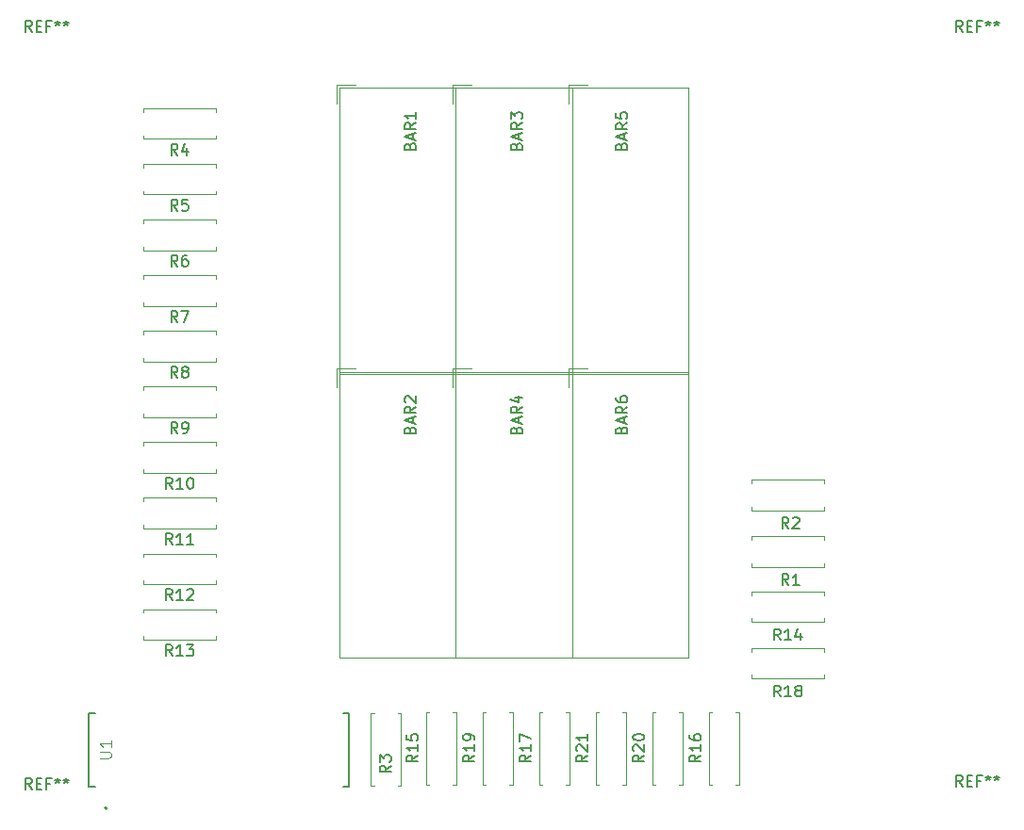
<source format=gto>
G04 #@! TF.GenerationSoftware,KiCad,Pcbnew,(5.1.0)-1*
G04 #@! TF.CreationDate,2019-05-23T23:37:30-04:00*
G04 #@! TF.ProjectId,KITT Voicebox 12v,4b495454-2056-46f6-9963-65626f782031,rev?*
G04 #@! TF.SameCoordinates,Original*
G04 #@! TF.FileFunction,Legend,Top*
G04 #@! TF.FilePolarity,Positive*
%FSLAX46Y46*%
G04 Gerber Fmt 4.6, Leading zero omitted, Abs format (unit mm)*
G04 Created by KiCad (PCBNEW (5.1.0)-1) date 2019-05-23 23:37:30*
%MOMM*%
%LPD*%
G04 APERTURE LIST*
%ADD10C,0.120000*%
%ADD11C,0.127000*%
%ADD12C,0.200000*%
%ADD13C,0.150000*%
%ADD14C,0.050000*%
G04 APERTURE END LIST*
D10*
X105950000Y-68630000D02*
X105950000Y-68960000D01*
X112490000Y-68630000D02*
X105950000Y-68630000D01*
X112490000Y-68960000D02*
X112490000Y-68630000D01*
X105950000Y-71370000D02*
X105950000Y-71040000D01*
X112490000Y-71370000D02*
X105950000Y-71370000D01*
X112490000Y-71040000D02*
X112490000Y-71370000D01*
X144470000Y-77290000D02*
X144470000Y-102970000D01*
X134030000Y-77290000D02*
X144470000Y-77290000D01*
X134030000Y-102970000D02*
X134030000Y-77290000D01*
X144470000Y-102970000D02*
X134030000Y-102970000D01*
X133740000Y-77000000D02*
X133740000Y-78700000D01*
X135440000Y-77000000D02*
X133740000Y-77000000D01*
X133755000Y-107855000D02*
X134085000Y-107855000D01*
X134085000Y-107855000D02*
X134085000Y-114395000D01*
X134085000Y-114395000D02*
X133755000Y-114395000D01*
X131675000Y-107855000D02*
X131345000Y-107855000D01*
X131345000Y-107855000D02*
X131345000Y-114395000D01*
X131345000Y-114395000D02*
X131675000Y-114395000D01*
X125000000Y-51490000D02*
X123300000Y-51490000D01*
X123300000Y-51490000D02*
X123300000Y-53190000D01*
X134030000Y-77460000D02*
X123590000Y-77460000D01*
X123590000Y-77460000D02*
X123590000Y-51780000D01*
X123590000Y-51780000D02*
X134030000Y-51780000D01*
X134030000Y-51780000D02*
X134030000Y-77460000D01*
X135440000Y-51490000D02*
X133740000Y-51490000D01*
X133740000Y-51490000D02*
X133740000Y-53190000D01*
X144470000Y-77460000D02*
X134030000Y-77460000D01*
X134030000Y-77460000D02*
X134030000Y-51780000D01*
X134030000Y-51780000D02*
X144470000Y-51780000D01*
X144470000Y-51780000D02*
X144470000Y-77460000D01*
X134030000Y-77290000D02*
X134030000Y-102970000D01*
X123590000Y-77290000D02*
X134030000Y-77290000D01*
X123590000Y-102970000D02*
X123590000Y-77290000D01*
X134030000Y-102970000D02*
X123590000Y-102970000D01*
X123300000Y-77000000D02*
X123300000Y-78700000D01*
X125000000Y-77000000D02*
X123300000Y-77000000D01*
X145880000Y-51490000D02*
X144180000Y-51490000D01*
X144180000Y-51490000D02*
X144180000Y-53190000D01*
X154910000Y-77460000D02*
X144470000Y-77460000D01*
X144470000Y-77460000D02*
X144470000Y-51780000D01*
X144470000Y-51780000D02*
X154910000Y-51780000D01*
X154910000Y-51780000D02*
X154910000Y-77460000D01*
X154910000Y-77290000D02*
X154910000Y-102970000D01*
X144470000Y-77290000D02*
X154910000Y-77290000D01*
X144470000Y-102970000D02*
X144470000Y-77290000D01*
X154910000Y-102970000D02*
X144470000Y-102970000D01*
X144180000Y-77000000D02*
X144180000Y-78700000D01*
X145880000Y-77000000D02*
X144180000Y-77000000D01*
X167100000Y-94842000D02*
X167100000Y-94512000D01*
X160560000Y-94842000D02*
X167100000Y-94842000D01*
X160560000Y-94512000D02*
X160560000Y-94842000D01*
X167100000Y-92102000D02*
X167100000Y-92432000D01*
X160560000Y-92102000D02*
X167100000Y-92102000D01*
X160560000Y-92432000D02*
X160560000Y-92102000D01*
X160560000Y-87352000D02*
X160560000Y-87022000D01*
X160560000Y-87022000D02*
X167100000Y-87022000D01*
X167100000Y-87022000D02*
X167100000Y-87352000D01*
X160560000Y-89432000D02*
X160560000Y-89762000D01*
X160560000Y-89762000D02*
X167100000Y-89762000D01*
X167100000Y-89762000D02*
X167100000Y-89432000D01*
X126722000Y-114522000D02*
X126392000Y-114522000D01*
X126392000Y-114522000D02*
X126392000Y-107982000D01*
X126392000Y-107982000D02*
X126722000Y-107982000D01*
X128802000Y-114522000D02*
X129132000Y-114522000D01*
X129132000Y-114522000D02*
X129132000Y-107982000D01*
X129132000Y-107982000D02*
X128802000Y-107982000D01*
X112490000Y-56040000D02*
X112490000Y-56370000D01*
X112490000Y-56370000D02*
X105950000Y-56370000D01*
X105950000Y-56370000D02*
X105950000Y-56040000D01*
X112490000Y-53960000D02*
X112490000Y-53630000D01*
X112490000Y-53630000D02*
X105950000Y-53630000D01*
X105950000Y-53630000D02*
X105950000Y-53960000D01*
X105950000Y-58630000D02*
X105950000Y-58960000D01*
X112490000Y-58630000D02*
X105950000Y-58630000D01*
X112490000Y-58960000D02*
X112490000Y-58630000D01*
X105950000Y-61370000D02*
X105950000Y-61040000D01*
X112490000Y-61370000D02*
X105950000Y-61370000D01*
X112490000Y-61040000D02*
X112490000Y-61370000D01*
X112490000Y-66040000D02*
X112490000Y-66370000D01*
X112490000Y-66370000D02*
X105950000Y-66370000D01*
X105950000Y-66370000D02*
X105950000Y-66040000D01*
X112490000Y-63960000D02*
X112490000Y-63630000D01*
X112490000Y-63630000D02*
X105950000Y-63630000D01*
X105950000Y-63630000D02*
X105950000Y-63960000D01*
X112490000Y-76040000D02*
X112490000Y-76370000D01*
X112490000Y-76370000D02*
X105950000Y-76370000D01*
X105950000Y-76370000D02*
X105950000Y-76040000D01*
X112490000Y-73960000D02*
X112490000Y-73630000D01*
X112490000Y-73630000D02*
X105950000Y-73630000D01*
X105950000Y-73630000D02*
X105950000Y-73960000D01*
X105950000Y-78640000D02*
X105950000Y-78970000D01*
X112490000Y-78640000D02*
X105950000Y-78640000D01*
X112490000Y-78970000D02*
X112490000Y-78640000D01*
X105950000Y-81380000D02*
X105950000Y-81050000D01*
X112490000Y-81380000D02*
X105950000Y-81380000D01*
X112490000Y-81050000D02*
X112490000Y-81380000D01*
X112490000Y-86040000D02*
X112490000Y-86370000D01*
X112490000Y-86370000D02*
X105950000Y-86370000D01*
X105950000Y-86370000D02*
X105950000Y-86040000D01*
X112490000Y-83960000D02*
X112490000Y-83630000D01*
X112490000Y-83630000D02*
X105950000Y-83630000D01*
X105950000Y-83630000D02*
X105950000Y-83960000D01*
X105950000Y-88630000D02*
X105950000Y-88960000D01*
X112490000Y-88630000D02*
X105950000Y-88630000D01*
X112490000Y-88960000D02*
X112490000Y-88630000D01*
X105950000Y-91370000D02*
X105950000Y-91040000D01*
X112490000Y-91370000D02*
X105950000Y-91370000D01*
X112490000Y-91040000D02*
X112490000Y-91370000D01*
X112490000Y-96040000D02*
X112490000Y-96370000D01*
X112490000Y-96370000D02*
X105950000Y-96370000D01*
X105950000Y-96370000D02*
X105950000Y-96040000D01*
X112490000Y-93960000D02*
X112490000Y-93630000D01*
X112490000Y-93630000D02*
X105950000Y-93630000D01*
X105950000Y-93630000D02*
X105950000Y-93960000D01*
X105950000Y-98630000D02*
X105950000Y-98960000D01*
X112490000Y-98630000D02*
X105950000Y-98630000D01*
X112490000Y-98960000D02*
X112490000Y-98630000D01*
X105950000Y-101370000D02*
X105950000Y-101040000D01*
X112490000Y-101370000D02*
X105950000Y-101370000D01*
X112490000Y-101040000D02*
X112490000Y-101370000D01*
X167100000Y-99465000D02*
X167100000Y-99795000D01*
X167100000Y-99795000D02*
X160560000Y-99795000D01*
X160560000Y-99795000D02*
X160560000Y-99465000D01*
X167100000Y-97385000D02*
X167100000Y-97055000D01*
X167100000Y-97055000D02*
X160560000Y-97055000D01*
X160560000Y-97055000D02*
X160560000Y-97385000D01*
X159485000Y-107855000D02*
X159155000Y-107855000D01*
X159485000Y-114395000D02*
X159485000Y-107855000D01*
X159155000Y-114395000D02*
X159485000Y-114395000D01*
X156745000Y-107855000D02*
X157075000Y-107855000D01*
X156745000Y-114395000D02*
X156745000Y-107855000D01*
X157075000Y-114395000D02*
X156745000Y-114395000D01*
X141505000Y-114395000D02*
X141835000Y-114395000D01*
X141505000Y-107855000D02*
X141505000Y-114395000D01*
X141835000Y-107855000D02*
X141505000Y-107855000D01*
X144245000Y-114395000D02*
X143915000Y-114395000D01*
X144245000Y-107855000D02*
X144245000Y-114395000D01*
X143915000Y-107855000D02*
X144245000Y-107855000D01*
X160560000Y-102135000D02*
X160560000Y-102465000D01*
X167100000Y-102135000D02*
X160560000Y-102135000D01*
X167100000Y-102465000D02*
X167100000Y-102135000D01*
X160560000Y-104875000D02*
X160560000Y-104545000D01*
X167100000Y-104875000D02*
X160560000Y-104875000D01*
X167100000Y-104545000D02*
X167100000Y-104875000D01*
X136425000Y-114395000D02*
X136755000Y-114395000D01*
X136425000Y-107855000D02*
X136425000Y-114395000D01*
X136755000Y-107855000D02*
X136425000Y-107855000D01*
X139165000Y-114395000D02*
X138835000Y-114395000D01*
X139165000Y-107855000D02*
X139165000Y-114395000D01*
X138835000Y-107855000D02*
X139165000Y-107855000D01*
X151995000Y-114395000D02*
X151665000Y-114395000D01*
X151665000Y-114395000D02*
X151665000Y-107855000D01*
X151665000Y-107855000D02*
X151995000Y-107855000D01*
X154075000Y-114395000D02*
X154405000Y-114395000D01*
X154405000Y-114395000D02*
X154405000Y-107855000D01*
X154405000Y-107855000D02*
X154075000Y-107855000D01*
X148995000Y-107855000D02*
X149325000Y-107855000D01*
X149325000Y-107855000D02*
X149325000Y-114395000D01*
X149325000Y-114395000D02*
X148995000Y-114395000D01*
X146915000Y-107855000D02*
X146585000Y-107855000D01*
X146585000Y-107855000D02*
X146585000Y-114395000D01*
X146585000Y-114395000D02*
X146915000Y-114395000D01*
D11*
X101086000Y-114552000D02*
X101086000Y-107952000D01*
X124466000Y-107952000D02*
X124466000Y-114552000D01*
X101086000Y-114552000D02*
X101636000Y-114552000D01*
X101086000Y-107952000D02*
X101636000Y-107952000D01*
X124466000Y-114552000D02*
X123916000Y-114552000D01*
X124466000Y-107952000D02*
X123916000Y-107952000D01*
D12*
X102716000Y-116502000D02*
G75*
G03X102716000Y-116502000I-100000J0D01*
G01*
D13*
X179514666Y-114562380D02*
X179181333Y-114086190D01*
X178943238Y-114562380D02*
X178943238Y-113562380D01*
X179324190Y-113562380D01*
X179419428Y-113610000D01*
X179467047Y-113657619D01*
X179514666Y-113752857D01*
X179514666Y-113895714D01*
X179467047Y-113990952D01*
X179419428Y-114038571D01*
X179324190Y-114086190D01*
X178943238Y-114086190D01*
X179943238Y-114038571D02*
X180276571Y-114038571D01*
X180419428Y-114562380D02*
X179943238Y-114562380D01*
X179943238Y-113562380D01*
X180419428Y-113562380D01*
X181181333Y-114038571D02*
X180848000Y-114038571D01*
X180848000Y-114562380D02*
X180848000Y-113562380D01*
X181324190Y-113562380D01*
X181848000Y-113562380D02*
X181848000Y-113800476D01*
X181609904Y-113705238D02*
X181848000Y-113800476D01*
X182086095Y-113705238D01*
X181705142Y-113990952D02*
X181848000Y-113800476D01*
X181990857Y-113990952D01*
X182609904Y-113562380D02*
X182609904Y-113800476D01*
X182371809Y-113705238D02*
X182609904Y-113800476D01*
X182848000Y-113705238D01*
X182467047Y-113990952D02*
X182609904Y-113800476D01*
X182752761Y-113990952D01*
X179514666Y-46744380D02*
X179181333Y-46268190D01*
X178943238Y-46744380D02*
X178943238Y-45744380D01*
X179324190Y-45744380D01*
X179419428Y-45792000D01*
X179467047Y-45839619D01*
X179514666Y-45934857D01*
X179514666Y-46077714D01*
X179467047Y-46172952D01*
X179419428Y-46220571D01*
X179324190Y-46268190D01*
X178943238Y-46268190D01*
X179943238Y-46220571D02*
X180276571Y-46220571D01*
X180419428Y-46744380D02*
X179943238Y-46744380D01*
X179943238Y-45744380D01*
X180419428Y-45744380D01*
X181181333Y-46220571D02*
X180848000Y-46220571D01*
X180848000Y-46744380D02*
X180848000Y-45744380D01*
X181324190Y-45744380D01*
X181848000Y-45744380D02*
X181848000Y-45982476D01*
X181609904Y-45887238D02*
X181848000Y-45982476D01*
X182086095Y-45887238D01*
X181705142Y-46172952D02*
X181848000Y-45982476D01*
X181990857Y-46172952D01*
X182609904Y-45744380D02*
X182609904Y-45982476D01*
X182371809Y-45887238D02*
X182609904Y-45982476D01*
X182848000Y-45887238D01*
X182467047Y-46172952D02*
X182609904Y-45982476D01*
X182752761Y-46172952D01*
X109053333Y-72822380D02*
X108720000Y-72346190D01*
X108481904Y-72822380D02*
X108481904Y-71822380D01*
X108862857Y-71822380D01*
X108958095Y-71870000D01*
X109005714Y-71917619D01*
X109053333Y-72012857D01*
X109053333Y-72155714D01*
X109005714Y-72250952D01*
X108958095Y-72298571D01*
X108862857Y-72346190D01*
X108481904Y-72346190D01*
X109386666Y-71822380D02*
X110053333Y-71822380D01*
X109624761Y-72822380D01*
X95948666Y-114816380D02*
X95615333Y-114340190D01*
X95377238Y-114816380D02*
X95377238Y-113816380D01*
X95758190Y-113816380D01*
X95853428Y-113864000D01*
X95901047Y-113911619D01*
X95948666Y-114006857D01*
X95948666Y-114149714D01*
X95901047Y-114244952D01*
X95853428Y-114292571D01*
X95758190Y-114340190D01*
X95377238Y-114340190D01*
X96377238Y-114292571D02*
X96710571Y-114292571D01*
X96853428Y-114816380D02*
X96377238Y-114816380D01*
X96377238Y-113816380D01*
X96853428Y-113816380D01*
X97615333Y-114292571D02*
X97282000Y-114292571D01*
X97282000Y-114816380D02*
X97282000Y-113816380D01*
X97758190Y-113816380D01*
X98282000Y-113816380D02*
X98282000Y-114054476D01*
X98043904Y-113959238D02*
X98282000Y-114054476D01*
X98520095Y-113959238D01*
X98139142Y-114244952D02*
X98282000Y-114054476D01*
X98424857Y-114244952D01*
X99043904Y-113816380D02*
X99043904Y-114054476D01*
X98805809Y-113959238D02*
X99043904Y-114054476D01*
X99282000Y-113959238D01*
X98901047Y-114244952D02*
X99043904Y-114054476D01*
X99186761Y-114244952D01*
X95948666Y-46744380D02*
X95615333Y-46268190D01*
X95377238Y-46744380D02*
X95377238Y-45744380D01*
X95758190Y-45744380D01*
X95853428Y-45792000D01*
X95901047Y-45839619D01*
X95948666Y-45934857D01*
X95948666Y-46077714D01*
X95901047Y-46172952D01*
X95853428Y-46220571D01*
X95758190Y-46268190D01*
X95377238Y-46268190D01*
X96377238Y-46220571D02*
X96710571Y-46220571D01*
X96853428Y-46744380D02*
X96377238Y-46744380D01*
X96377238Y-45744380D01*
X96853428Y-45744380D01*
X97615333Y-46220571D02*
X97282000Y-46220571D01*
X97282000Y-46744380D02*
X97282000Y-45744380D01*
X97758190Y-45744380D01*
X98282000Y-45744380D02*
X98282000Y-45982476D01*
X98043904Y-45887238D02*
X98282000Y-45982476D01*
X98520095Y-45887238D01*
X98139142Y-46172952D02*
X98282000Y-45982476D01*
X98424857Y-46172952D01*
X99043904Y-45744380D02*
X99043904Y-45982476D01*
X98805809Y-45887238D02*
X99043904Y-45982476D01*
X99282000Y-45887238D01*
X98901047Y-46172952D02*
X99043904Y-45982476D01*
X99186761Y-46172952D01*
X139468571Y-82533333D02*
X139516190Y-82390476D01*
X139563809Y-82342857D01*
X139659047Y-82295238D01*
X139801904Y-82295238D01*
X139897142Y-82342857D01*
X139944761Y-82390476D01*
X139992380Y-82485714D01*
X139992380Y-82866666D01*
X138992380Y-82866666D01*
X138992380Y-82533333D01*
X139040000Y-82438095D01*
X139087619Y-82390476D01*
X139182857Y-82342857D01*
X139278095Y-82342857D01*
X139373333Y-82390476D01*
X139420952Y-82438095D01*
X139468571Y-82533333D01*
X139468571Y-82866666D01*
X139706666Y-81914285D02*
X139706666Y-81438095D01*
X139992380Y-82009523D02*
X138992380Y-81676190D01*
X139992380Y-81342857D01*
X139992380Y-80438095D02*
X139516190Y-80771428D01*
X139992380Y-81009523D02*
X138992380Y-81009523D01*
X138992380Y-80628571D01*
X139040000Y-80533333D01*
X139087619Y-80485714D01*
X139182857Y-80438095D01*
X139325714Y-80438095D01*
X139420952Y-80485714D01*
X139468571Y-80533333D01*
X139516190Y-80628571D01*
X139516190Y-81009523D01*
X139325714Y-79580952D02*
X139992380Y-79580952D01*
X138944761Y-79819047D02*
X139659047Y-80057142D01*
X139659047Y-79438095D01*
X130627380Y-111767857D02*
X130151190Y-112101190D01*
X130627380Y-112339285D02*
X129627380Y-112339285D01*
X129627380Y-111958333D01*
X129675000Y-111863095D01*
X129722619Y-111815476D01*
X129817857Y-111767857D01*
X129960714Y-111767857D01*
X130055952Y-111815476D01*
X130103571Y-111863095D01*
X130151190Y-111958333D01*
X130151190Y-112339285D01*
X130627380Y-110815476D02*
X130627380Y-111386904D01*
X130627380Y-111101190D02*
X129627380Y-111101190D01*
X129770238Y-111196428D01*
X129865476Y-111291666D01*
X129913095Y-111386904D01*
X129627380Y-109910714D02*
X129627380Y-110386904D01*
X130103571Y-110434523D01*
X130055952Y-110386904D01*
X130008333Y-110291666D01*
X130008333Y-110053571D01*
X130055952Y-109958333D01*
X130103571Y-109910714D01*
X130198809Y-109863095D01*
X130436904Y-109863095D01*
X130532142Y-109910714D01*
X130579761Y-109958333D01*
X130627380Y-110053571D01*
X130627380Y-110291666D01*
X130579761Y-110386904D01*
X130532142Y-110434523D01*
X129928571Y-57023333D02*
X129976190Y-56880476D01*
X130023809Y-56832857D01*
X130119047Y-56785238D01*
X130261904Y-56785238D01*
X130357142Y-56832857D01*
X130404761Y-56880476D01*
X130452380Y-56975714D01*
X130452380Y-57356666D01*
X129452380Y-57356666D01*
X129452380Y-57023333D01*
X129500000Y-56928095D01*
X129547619Y-56880476D01*
X129642857Y-56832857D01*
X129738095Y-56832857D01*
X129833333Y-56880476D01*
X129880952Y-56928095D01*
X129928571Y-57023333D01*
X129928571Y-57356666D01*
X130166666Y-56404285D02*
X130166666Y-55928095D01*
X130452380Y-56499523D02*
X129452380Y-56166190D01*
X130452380Y-55832857D01*
X130452380Y-54928095D02*
X129976190Y-55261428D01*
X130452380Y-55499523D02*
X129452380Y-55499523D01*
X129452380Y-55118571D01*
X129500000Y-55023333D01*
X129547619Y-54975714D01*
X129642857Y-54928095D01*
X129785714Y-54928095D01*
X129880952Y-54975714D01*
X129928571Y-55023333D01*
X129976190Y-55118571D01*
X129976190Y-55499523D01*
X130452380Y-53975714D02*
X130452380Y-54547142D01*
X130452380Y-54261428D02*
X129452380Y-54261428D01*
X129595238Y-54356666D01*
X129690476Y-54451904D01*
X129738095Y-54547142D01*
X139468571Y-57023333D02*
X139516190Y-56880476D01*
X139563809Y-56832857D01*
X139659047Y-56785238D01*
X139801904Y-56785238D01*
X139897142Y-56832857D01*
X139944761Y-56880476D01*
X139992380Y-56975714D01*
X139992380Y-57356666D01*
X138992380Y-57356666D01*
X138992380Y-57023333D01*
X139040000Y-56928095D01*
X139087619Y-56880476D01*
X139182857Y-56832857D01*
X139278095Y-56832857D01*
X139373333Y-56880476D01*
X139420952Y-56928095D01*
X139468571Y-57023333D01*
X139468571Y-57356666D01*
X139706666Y-56404285D02*
X139706666Y-55928095D01*
X139992380Y-56499523D02*
X138992380Y-56166190D01*
X139992380Y-55832857D01*
X139992380Y-54928095D02*
X139516190Y-55261428D01*
X139992380Y-55499523D02*
X138992380Y-55499523D01*
X138992380Y-55118571D01*
X139040000Y-55023333D01*
X139087619Y-54975714D01*
X139182857Y-54928095D01*
X139325714Y-54928095D01*
X139420952Y-54975714D01*
X139468571Y-55023333D01*
X139516190Y-55118571D01*
X139516190Y-55499523D01*
X138992380Y-54594761D02*
X138992380Y-53975714D01*
X139373333Y-54309047D01*
X139373333Y-54166190D01*
X139420952Y-54070952D01*
X139468571Y-54023333D01*
X139563809Y-53975714D01*
X139801904Y-53975714D01*
X139897142Y-54023333D01*
X139944761Y-54070952D01*
X139992380Y-54166190D01*
X139992380Y-54451904D01*
X139944761Y-54547142D01*
X139897142Y-54594761D01*
X129928571Y-82533333D02*
X129976190Y-82390476D01*
X130023809Y-82342857D01*
X130119047Y-82295238D01*
X130261904Y-82295238D01*
X130357142Y-82342857D01*
X130404761Y-82390476D01*
X130452380Y-82485714D01*
X130452380Y-82866666D01*
X129452380Y-82866666D01*
X129452380Y-82533333D01*
X129500000Y-82438095D01*
X129547619Y-82390476D01*
X129642857Y-82342857D01*
X129738095Y-82342857D01*
X129833333Y-82390476D01*
X129880952Y-82438095D01*
X129928571Y-82533333D01*
X129928571Y-82866666D01*
X130166666Y-81914285D02*
X130166666Y-81438095D01*
X130452380Y-82009523D02*
X129452380Y-81676190D01*
X130452380Y-81342857D01*
X130452380Y-80438095D02*
X129976190Y-80771428D01*
X130452380Y-81009523D02*
X129452380Y-81009523D01*
X129452380Y-80628571D01*
X129500000Y-80533333D01*
X129547619Y-80485714D01*
X129642857Y-80438095D01*
X129785714Y-80438095D01*
X129880952Y-80485714D01*
X129928571Y-80533333D01*
X129976190Y-80628571D01*
X129976190Y-81009523D01*
X129547619Y-80057142D02*
X129500000Y-80009523D01*
X129452380Y-79914285D01*
X129452380Y-79676190D01*
X129500000Y-79580952D01*
X129547619Y-79533333D01*
X129642857Y-79485714D01*
X129738095Y-79485714D01*
X129880952Y-79533333D01*
X130452380Y-80104761D01*
X130452380Y-79485714D01*
X148908571Y-57023333D02*
X148956190Y-56880476D01*
X149003809Y-56832857D01*
X149099047Y-56785238D01*
X149241904Y-56785238D01*
X149337142Y-56832857D01*
X149384761Y-56880476D01*
X149432380Y-56975714D01*
X149432380Y-57356666D01*
X148432380Y-57356666D01*
X148432380Y-57023333D01*
X148480000Y-56928095D01*
X148527619Y-56880476D01*
X148622857Y-56832857D01*
X148718095Y-56832857D01*
X148813333Y-56880476D01*
X148860952Y-56928095D01*
X148908571Y-57023333D01*
X148908571Y-57356666D01*
X149146666Y-56404285D02*
X149146666Y-55928095D01*
X149432380Y-56499523D02*
X148432380Y-56166190D01*
X149432380Y-55832857D01*
X149432380Y-54928095D02*
X148956190Y-55261428D01*
X149432380Y-55499523D02*
X148432380Y-55499523D01*
X148432380Y-55118571D01*
X148480000Y-55023333D01*
X148527619Y-54975714D01*
X148622857Y-54928095D01*
X148765714Y-54928095D01*
X148860952Y-54975714D01*
X148908571Y-55023333D01*
X148956190Y-55118571D01*
X148956190Y-55499523D01*
X148432380Y-54023333D02*
X148432380Y-54499523D01*
X148908571Y-54547142D01*
X148860952Y-54499523D01*
X148813333Y-54404285D01*
X148813333Y-54166190D01*
X148860952Y-54070952D01*
X148908571Y-54023333D01*
X149003809Y-53975714D01*
X149241904Y-53975714D01*
X149337142Y-54023333D01*
X149384761Y-54070952D01*
X149432380Y-54166190D01*
X149432380Y-54404285D01*
X149384761Y-54499523D01*
X149337142Y-54547142D01*
X148908571Y-82533333D02*
X148956190Y-82390476D01*
X149003809Y-82342857D01*
X149099047Y-82295238D01*
X149241904Y-82295238D01*
X149337142Y-82342857D01*
X149384761Y-82390476D01*
X149432380Y-82485714D01*
X149432380Y-82866666D01*
X148432380Y-82866666D01*
X148432380Y-82533333D01*
X148480000Y-82438095D01*
X148527619Y-82390476D01*
X148622857Y-82342857D01*
X148718095Y-82342857D01*
X148813333Y-82390476D01*
X148860952Y-82438095D01*
X148908571Y-82533333D01*
X148908571Y-82866666D01*
X149146666Y-81914285D02*
X149146666Y-81438095D01*
X149432380Y-82009523D02*
X148432380Y-81676190D01*
X149432380Y-81342857D01*
X149432380Y-80438095D02*
X148956190Y-80771428D01*
X149432380Y-81009523D02*
X148432380Y-81009523D01*
X148432380Y-80628571D01*
X148480000Y-80533333D01*
X148527619Y-80485714D01*
X148622857Y-80438095D01*
X148765714Y-80438095D01*
X148860952Y-80485714D01*
X148908571Y-80533333D01*
X148956190Y-80628571D01*
X148956190Y-81009523D01*
X148432380Y-79580952D02*
X148432380Y-79771428D01*
X148480000Y-79866666D01*
X148527619Y-79914285D01*
X148670476Y-80009523D01*
X148860952Y-80057142D01*
X149241904Y-80057142D01*
X149337142Y-80009523D01*
X149384761Y-79961904D01*
X149432380Y-79866666D01*
X149432380Y-79676190D01*
X149384761Y-79580952D01*
X149337142Y-79533333D01*
X149241904Y-79485714D01*
X149003809Y-79485714D01*
X148908571Y-79533333D01*
X148860952Y-79580952D01*
X148813333Y-79676190D01*
X148813333Y-79866666D01*
X148860952Y-79961904D01*
X148908571Y-80009523D01*
X149003809Y-80057142D01*
X163917333Y-96464380D02*
X163584000Y-95988190D01*
X163345904Y-96464380D02*
X163345904Y-95464380D01*
X163726857Y-95464380D01*
X163822095Y-95512000D01*
X163869714Y-95559619D01*
X163917333Y-95654857D01*
X163917333Y-95797714D01*
X163869714Y-95892952D01*
X163822095Y-95940571D01*
X163726857Y-95988190D01*
X163345904Y-95988190D01*
X164869714Y-96464380D02*
X164298285Y-96464380D01*
X164584000Y-96464380D02*
X164584000Y-95464380D01*
X164488761Y-95607238D01*
X164393523Y-95702476D01*
X164298285Y-95750095D01*
X163917333Y-91384380D02*
X163584000Y-90908190D01*
X163345904Y-91384380D02*
X163345904Y-90384380D01*
X163726857Y-90384380D01*
X163822095Y-90432000D01*
X163869714Y-90479619D01*
X163917333Y-90574857D01*
X163917333Y-90717714D01*
X163869714Y-90812952D01*
X163822095Y-90860571D01*
X163726857Y-90908190D01*
X163345904Y-90908190D01*
X164298285Y-90479619D02*
X164345904Y-90432000D01*
X164441142Y-90384380D01*
X164679238Y-90384380D01*
X164774476Y-90432000D01*
X164822095Y-90479619D01*
X164869714Y-90574857D01*
X164869714Y-90670095D01*
X164822095Y-90812952D01*
X164250666Y-91384380D01*
X164869714Y-91384380D01*
X128214380Y-112688666D02*
X127738190Y-113022000D01*
X128214380Y-113260095D02*
X127214380Y-113260095D01*
X127214380Y-112879142D01*
X127262000Y-112783904D01*
X127309619Y-112736285D01*
X127404857Y-112688666D01*
X127547714Y-112688666D01*
X127642952Y-112736285D01*
X127690571Y-112783904D01*
X127738190Y-112879142D01*
X127738190Y-113260095D01*
X127214380Y-112355333D02*
X127214380Y-111736285D01*
X127595333Y-112069619D01*
X127595333Y-111926761D01*
X127642952Y-111831523D01*
X127690571Y-111783904D01*
X127785809Y-111736285D01*
X128023904Y-111736285D01*
X128119142Y-111783904D01*
X128166761Y-111831523D01*
X128214380Y-111926761D01*
X128214380Y-112212476D01*
X128166761Y-112307714D01*
X128119142Y-112355333D01*
X109053333Y-57822380D02*
X108720000Y-57346190D01*
X108481904Y-57822380D02*
X108481904Y-56822380D01*
X108862857Y-56822380D01*
X108958095Y-56870000D01*
X109005714Y-56917619D01*
X109053333Y-57012857D01*
X109053333Y-57155714D01*
X109005714Y-57250952D01*
X108958095Y-57298571D01*
X108862857Y-57346190D01*
X108481904Y-57346190D01*
X109910476Y-57155714D02*
X109910476Y-57822380D01*
X109672380Y-56774761D02*
X109434285Y-57489047D01*
X110053333Y-57489047D01*
X109053333Y-62822380D02*
X108720000Y-62346190D01*
X108481904Y-62822380D02*
X108481904Y-61822380D01*
X108862857Y-61822380D01*
X108958095Y-61870000D01*
X109005714Y-61917619D01*
X109053333Y-62012857D01*
X109053333Y-62155714D01*
X109005714Y-62250952D01*
X108958095Y-62298571D01*
X108862857Y-62346190D01*
X108481904Y-62346190D01*
X109958095Y-61822380D02*
X109481904Y-61822380D01*
X109434285Y-62298571D01*
X109481904Y-62250952D01*
X109577142Y-62203333D01*
X109815238Y-62203333D01*
X109910476Y-62250952D01*
X109958095Y-62298571D01*
X110005714Y-62393809D01*
X110005714Y-62631904D01*
X109958095Y-62727142D01*
X109910476Y-62774761D01*
X109815238Y-62822380D01*
X109577142Y-62822380D01*
X109481904Y-62774761D01*
X109434285Y-62727142D01*
X109053333Y-67822380D02*
X108720000Y-67346190D01*
X108481904Y-67822380D02*
X108481904Y-66822380D01*
X108862857Y-66822380D01*
X108958095Y-66870000D01*
X109005714Y-66917619D01*
X109053333Y-67012857D01*
X109053333Y-67155714D01*
X109005714Y-67250952D01*
X108958095Y-67298571D01*
X108862857Y-67346190D01*
X108481904Y-67346190D01*
X109910476Y-66822380D02*
X109720000Y-66822380D01*
X109624761Y-66870000D01*
X109577142Y-66917619D01*
X109481904Y-67060476D01*
X109434285Y-67250952D01*
X109434285Y-67631904D01*
X109481904Y-67727142D01*
X109529523Y-67774761D01*
X109624761Y-67822380D01*
X109815238Y-67822380D01*
X109910476Y-67774761D01*
X109958095Y-67727142D01*
X110005714Y-67631904D01*
X110005714Y-67393809D01*
X109958095Y-67298571D01*
X109910476Y-67250952D01*
X109815238Y-67203333D01*
X109624761Y-67203333D01*
X109529523Y-67250952D01*
X109481904Y-67298571D01*
X109434285Y-67393809D01*
X109053333Y-77822380D02*
X108720000Y-77346190D01*
X108481904Y-77822380D02*
X108481904Y-76822380D01*
X108862857Y-76822380D01*
X108958095Y-76870000D01*
X109005714Y-76917619D01*
X109053333Y-77012857D01*
X109053333Y-77155714D01*
X109005714Y-77250952D01*
X108958095Y-77298571D01*
X108862857Y-77346190D01*
X108481904Y-77346190D01*
X109624761Y-77250952D02*
X109529523Y-77203333D01*
X109481904Y-77155714D01*
X109434285Y-77060476D01*
X109434285Y-77012857D01*
X109481904Y-76917619D01*
X109529523Y-76870000D01*
X109624761Y-76822380D01*
X109815238Y-76822380D01*
X109910476Y-76870000D01*
X109958095Y-76917619D01*
X110005714Y-77012857D01*
X110005714Y-77060476D01*
X109958095Y-77155714D01*
X109910476Y-77203333D01*
X109815238Y-77250952D01*
X109624761Y-77250952D01*
X109529523Y-77298571D01*
X109481904Y-77346190D01*
X109434285Y-77441428D01*
X109434285Y-77631904D01*
X109481904Y-77727142D01*
X109529523Y-77774761D01*
X109624761Y-77822380D01*
X109815238Y-77822380D01*
X109910476Y-77774761D01*
X109958095Y-77727142D01*
X110005714Y-77631904D01*
X110005714Y-77441428D01*
X109958095Y-77346190D01*
X109910476Y-77298571D01*
X109815238Y-77250952D01*
X109053333Y-82832380D02*
X108720000Y-82356190D01*
X108481904Y-82832380D02*
X108481904Y-81832380D01*
X108862857Y-81832380D01*
X108958095Y-81880000D01*
X109005714Y-81927619D01*
X109053333Y-82022857D01*
X109053333Y-82165714D01*
X109005714Y-82260952D01*
X108958095Y-82308571D01*
X108862857Y-82356190D01*
X108481904Y-82356190D01*
X109529523Y-82832380D02*
X109720000Y-82832380D01*
X109815238Y-82784761D01*
X109862857Y-82737142D01*
X109958095Y-82594285D01*
X110005714Y-82403809D01*
X110005714Y-82022857D01*
X109958095Y-81927619D01*
X109910476Y-81880000D01*
X109815238Y-81832380D01*
X109624761Y-81832380D01*
X109529523Y-81880000D01*
X109481904Y-81927619D01*
X109434285Y-82022857D01*
X109434285Y-82260952D01*
X109481904Y-82356190D01*
X109529523Y-82403809D01*
X109624761Y-82451428D01*
X109815238Y-82451428D01*
X109910476Y-82403809D01*
X109958095Y-82356190D01*
X110005714Y-82260952D01*
X108577142Y-87822380D02*
X108243809Y-87346190D01*
X108005714Y-87822380D02*
X108005714Y-86822380D01*
X108386666Y-86822380D01*
X108481904Y-86870000D01*
X108529523Y-86917619D01*
X108577142Y-87012857D01*
X108577142Y-87155714D01*
X108529523Y-87250952D01*
X108481904Y-87298571D01*
X108386666Y-87346190D01*
X108005714Y-87346190D01*
X109529523Y-87822380D02*
X108958095Y-87822380D01*
X109243809Y-87822380D02*
X109243809Y-86822380D01*
X109148571Y-86965238D01*
X109053333Y-87060476D01*
X108958095Y-87108095D01*
X110148571Y-86822380D02*
X110243809Y-86822380D01*
X110339047Y-86870000D01*
X110386666Y-86917619D01*
X110434285Y-87012857D01*
X110481904Y-87203333D01*
X110481904Y-87441428D01*
X110434285Y-87631904D01*
X110386666Y-87727142D01*
X110339047Y-87774761D01*
X110243809Y-87822380D01*
X110148571Y-87822380D01*
X110053333Y-87774761D01*
X110005714Y-87727142D01*
X109958095Y-87631904D01*
X109910476Y-87441428D01*
X109910476Y-87203333D01*
X109958095Y-87012857D01*
X110005714Y-86917619D01*
X110053333Y-86870000D01*
X110148571Y-86822380D01*
X108577142Y-92822380D02*
X108243809Y-92346190D01*
X108005714Y-92822380D02*
X108005714Y-91822380D01*
X108386666Y-91822380D01*
X108481904Y-91870000D01*
X108529523Y-91917619D01*
X108577142Y-92012857D01*
X108577142Y-92155714D01*
X108529523Y-92250952D01*
X108481904Y-92298571D01*
X108386666Y-92346190D01*
X108005714Y-92346190D01*
X109529523Y-92822380D02*
X108958095Y-92822380D01*
X109243809Y-92822380D02*
X109243809Y-91822380D01*
X109148571Y-91965238D01*
X109053333Y-92060476D01*
X108958095Y-92108095D01*
X110481904Y-92822380D02*
X109910476Y-92822380D01*
X110196190Y-92822380D02*
X110196190Y-91822380D01*
X110100952Y-91965238D01*
X110005714Y-92060476D01*
X109910476Y-92108095D01*
X108577142Y-97822380D02*
X108243809Y-97346190D01*
X108005714Y-97822380D02*
X108005714Y-96822380D01*
X108386666Y-96822380D01*
X108481904Y-96870000D01*
X108529523Y-96917619D01*
X108577142Y-97012857D01*
X108577142Y-97155714D01*
X108529523Y-97250952D01*
X108481904Y-97298571D01*
X108386666Y-97346190D01*
X108005714Y-97346190D01*
X109529523Y-97822380D02*
X108958095Y-97822380D01*
X109243809Y-97822380D02*
X109243809Y-96822380D01*
X109148571Y-96965238D01*
X109053333Y-97060476D01*
X108958095Y-97108095D01*
X109910476Y-96917619D02*
X109958095Y-96870000D01*
X110053333Y-96822380D01*
X110291428Y-96822380D01*
X110386666Y-96870000D01*
X110434285Y-96917619D01*
X110481904Y-97012857D01*
X110481904Y-97108095D01*
X110434285Y-97250952D01*
X109862857Y-97822380D01*
X110481904Y-97822380D01*
X108577142Y-102822380D02*
X108243809Y-102346190D01*
X108005714Y-102822380D02*
X108005714Y-101822380D01*
X108386666Y-101822380D01*
X108481904Y-101870000D01*
X108529523Y-101917619D01*
X108577142Y-102012857D01*
X108577142Y-102155714D01*
X108529523Y-102250952D01*
X108481904Y-102298571D01*
X108386666Y-102346190D01*
X108005714Y-102346190D01*
X109529523Y-102822380D02*
X108958095Y-102822380D01*
X109243809Y-102822380D02*
X109243809Y-101822380D01*
X109148571Y-101965238D01*
X109053333Y-102060476D01*
X108958095Y-102108095D01*
X109862857Y-101822380D02*
X110481904Y-101822380D01*
X110148571Y-102203333D01*
X110291428Y-102203333D01*
X110386666Y-102250952D01*
X110434285Y-102298571D01*
X110481904Y-102393809D01*
X110481904Y-102631904D01*
X110434285Y-102727142D01*
X110386666Y-102774761D01*
X110291428Y-102822380D01*
X110005714Y-102822380D01*
X109910476Y-102774761D01*
X109862857Y-102727142D01*
X163187142Y-101417380D02*
X162853809Y-100941190D01*
X162615714Y-101417380D02*
X162615714Y-100417380D01*
X162996666Y-100417380D01*
X163091904Y-100465000D01*
X163139523Y-100512619D01*
X163187142Y-100607857D01*
X163187142Y-100750714D01*
X163139523Y-100845952D01*
X163091904Y-100893571D01*
X162996666Y-100941190D01*
X162615714Y-100941190D01*
X164139523Y-101417380D02*
X163568095Y-101417380D01*
X163853809Y-101417380D02*
X163853809Y-100417380D01*
X163758571Y-100560238D01*
X163663333Y-100655476D01*
X163568095Y-100703095D01*
X164996666Y-100750714D02*
X164996666Y-101417380D01*
X164758571Y-100369761D02*
X164520476Y-101084047D01*
X165139523Y-101084047D01*
X156027380Y-111767857D02*
X155551190Y-112101190D01*
X156027380Y-112339285D02*
X155027380Y-112339285D01*
X155027380Y-111958333D01*
X155075000Y-111863095D01*
X155122619Y-111815476D01*
X155217857Y-111767857D01*
X155360714Y-111767857D01*
X155455952Y-111815476D01*
X155503571Y-111863095D01*
X155551190Y-111958333D01*
X155551190Y-112339285D01*
X156027380Y-110815476D02*
X156027380Y-111386904D01*
X156027380Y-111101190D02*
X155027380Y-111101190D01*
X155170238Y-111196428D01*
X155265476Y-111291666D01*
X155313095Y-111386904D01*
X155027380Y-109958333D02*
X155027380Y-110148809D01*
X155075000Y-110244047D01*
X155122619Y-110291666D01*
X155265476Y-110386904D01*
X155455952Y-110434523D01*
X155836904Y-110434523D01*
X155932142Y-110386904D01*
X155979761Y-110339285D01*
X156027380Y-110244047D01*
X156027380Y-110053571D01*
X155979761Y-109958333D01*
X155932142Y-109910714D01*
X155836904Y-109863095D01*
X155598809Y-109863095D01*
X155503571Y-109910714D01*
X155455952Y-109958333D01*
X155408333Y-110053571D01*
X155408333Y-110244047D01*
X155455952Y-110339285D01*
X155503571Y-110386904D01*
X155598809Y-110434523D01*
X140787380Y-111767857D02*
X140311190Y-112101190D01*
X140787380Y-112339285D02*
X139787380Y-112339285D01*
X139787380Y-111958333D01*
X139835000Y-111863095D01*
X139882619Y-111815476D01*
X139977857Y-111767857D01*
X140120714Y-111767857D01*
X140215952Y-111815476D01*
X140263571Y-111863095D01*
X140311190Y-111958333D01*
X140311190Y-112339285D01*
X140787380Y-110815476D02*
X140787380Y-111386904D01*
X140787380Y-111101190D02*
X139787380Y-111101190D01*
X139930238Y-111196428D01*
X140025476Y-111291666D01*
X140073095Y-111386904D01*
X139787380Y-110482142D02*
X139787380Y-109815476D01*
X140787380Y-110244047D01*
X163187142Y-106497380D02*
X162853809Y-106021190D01*
X162615714Y-106497380D02*
X162615714Y-105497380D01*
X162996666Y-105497380D01*
X163091904Y-105545000D01*
X163139523Y-105592619D01*
X163187142Y-105687857D01*
X163187142Y-105830714D01*
X163139523Y-105925952D01*
X163091904Y-105973571D01*
X162996666Y-106021190D01*
X162615714Y-106021190D01*
X164139523Y-106497380D02*
X163568095Y-106497380D01*
X163853809Y-106497380D02*
X163853809Y-105497380D01*
X163758571Y-105640238D01*
X163663333Y-105735476D01*
X163568095Y-105783095D01*
X164710952Y-105925952D02*
X164615714Y-105878333D01*
X164568095Y-105830714D01*
X164520476Y-105735476D01*
X164520476Y-105687857D01*
X164568095Y-105592619D01*
X164615714Y-105545000D01*
X164710952Y-105497380D01*
X164901428Y-105497380D01*
X164996666Y-105545000D01*
X165044285Y-105592619D01*
X165091904Y-105687857D01*
X165091904Y-105735476D01*
X165044285Y-105830714D01*
X164996666Y-105878333D01*
X164901428Y-105925952D01*
X164710952Y-105925952D01*
X164615714Y-105973571D01*
X164568095Y-106021190D01*
X164520476Y-106116428D01*
X164520476Y-106306904D01*
X164568095Y-106402142D01*
X164615714Y-106449761D01*
X164710952Y-106497380D01*
X164901428Y-106497380D01*
X164996666Y-106449761D01*
X165044285Y-106402142D01*
X165091904Y-106306904D01*
X165091904Y-106116428D01*
X165044285Y-106021190D01*
X164996666Y-105973571D01*
X164901428Y-105925952D01*
X135707380Y-111767857D02*
X135231190Y-112101190D01*
X135707380Y-112339285D02*
X134707380Y-112339285D01*
X134707380Y-111958333D01*
X134755000Y-111863095D01*
X134802619Y-111815476D01*
X134897857Y-111767857D01*
X135040714Y-111767857D01*
X135135952Y-111815476D01*
X135183571Y-111863095D01*
X135231190Y-111958333D01*
X135231190Y-112339285D01*
X135707380Y-110815476D02*
X135707380Y-111386904D01*
X135707380Y-111101190D02*
X134707380Y-111101190D01*
X134850238Y-111196428D01*
X134945476Y-111291666D01*
X134993095Y-111386904D01*
X135707380Y-110339285D02*
X135707380Y-110148809D01*
X135659761Y-110053571D01*
X135612142Y-110005952D01*
X135469285Y-109910714D01*
X135278809Y-109863095D01*
X134897857Y-109863095D01*
X134802619Y-109910714D01*
X134755000Y-109958333D01*
X134707380Y-110053571D01*
X134707380Y-110244047D01*
X134755000Y-110339285D01*
X134802619Y-110386904D01*
X134897857Y-110434523D01*
X135135952Y-110434523D01*
X135231190Y-110386904D01*
X135278809Y-110339285D01*
X135326428Y-110244047D01*
X135326428Y-110053571D01*
X135278809Y-109958333D01*
X135231190Y-109910714D01*
X135135952Y-109863095D01*
X150947380Y-111767857D02*
X150471190Y-112101190D01*
X150947380Y-112339285D02*
X149947380Y-112339285D01*
X149947380Y-111958333D01*
X149995000Y-111863095D01*
X150042619Y-111815476D01*
X150137857Y-111767857D01*
X150280714Y-111767857D01*
X150375952Y-111815476D01*
X150423571Y-111863095D01*
X150471190Y-111958333D01*
X150471190Y-112339285D01*
X150042619Y-111386904D02*
X149995000Y-111339285D01*
X149947380Y-111244047D01*
X149947380Y-111005952D01*
X149995000Y-110910714D01*
X150042619Y-110863095D01*
X150137857Y-110815476D01*
X150233095Y-110815476D01*
X150375952Y-110863095D01*
X150947380Y-111434523D01*
X150947380Y-110815476D01*
X149947380Y-110196428D02*
X149947380Y-110101190D01*
X149995000Y-110005952D01*
X150042619Y-109958333D01*
X150137857Y-109910714D01*
X150328333Y-109863095D01*
X150566428Y-109863095D01*
X150756904Y-109910714D01*
X150852142Y-109958333D01*
X150899761Y-110005952D01*
X150947380Y-110101190D01*
X150947380Y-110196428D01*
X150899761Y-110291666D01*
X150852142Y-110339285D01*
X150756904Y-110386904D01*
X150566428Y-110434523D01*
X150328333Y-110434523D01*
X150137857Y-110386904D01*
X150042619Y-110339285D01*
X149995000Y-110291666D01*
X149947380Y-110196428D01*
X145867380Y-111767857D02*
X145391190Y-112101190D01*
X145867380Y-112339285D02*
X144867380Y-112339285D01*
X144867380Y-111958333D01*
X144915000Y-111863095D01*
X144962619Y-111815476D01*
X145057857Y-111767857D01*
X145200714Y-111767857D01*
X145295952Y-111815476D01*
X145343571Y-111863095D01*
X145391190Y-111958333D01*
X145391190Y-112339285D01*
X144962619Y-111386904D02*
X144915000Y-111339285D01*
X144867380Y-111244047D01*
X144867380Y-111005952D01*
X144915000Y-110910714D01*
X144962619Y-110863095D01*
X145057857Y-110815476D01*
X145153095Y-110815476D01*
X145295952Y-110863095D01*
X145867380Y-111434523D01*
X145867380Y-110815476D01*
X145867380Y-109863095D02*
X145867380Y-110434523D01*
X145867380Y-110148809D02*
X144867380Y-110148809D01*
X145010238Y-110244047D01*
X145105476Y-110339285D01*
X145153095Y-110434523D01*
D14*
X102068260Y-112014072D02*
X102877962Y-112014072D01*
X102973221Y-111966442D01*
X103020850Y-111918813D01*
X103068480Y-111823554D01*
X103068480Y-111633036D01*
X103020850Y-111537777D01*
X102973221Y-111490147D01*
X102877962Y-111442518D01*
X102068260Y-111442518D01*
X103068480Y-110442298D02*
X103068480Y-111013852D01*
X103068480Y-110728075D02*
X102068260Y-110728075D01*
X102211149Y-110823334D01*
X102306408Y-110918593D01*
X102354037Y-111013852D01*
M02*

</source>
